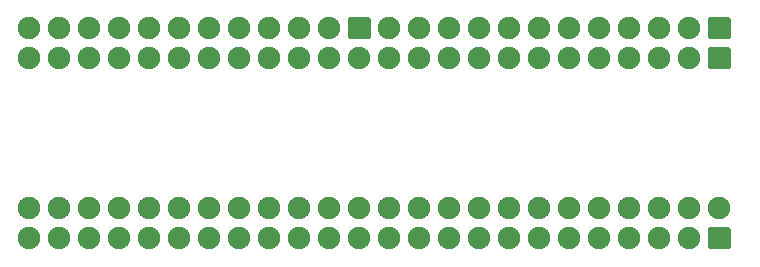
<source format=gbr>
G04 #@! TF.GenerationSoftware,KiCad,Pcbnew,(5.1.9)-1*
G04 #@! TF.CreationDate,2021-05-08T11:49:02+01:00*
G04 #@! TF.ProjectId,RGBtoHDMI Amiga Denise DIP Breakout FFC,52474274-6f48-4444-9d49-20416d696761,v2++ Rev 2*
G04 #@! TF.SameCoordinates,Original*
G04 #@! TF.FileFunction,Soldermask,Bot*
G04 #@! TF.FilePolarity,Negative*
%FSLAX46Y46*%
G04 Gerber Fmt 4.6, Leading zero omitted, Abs format (unit mm)*
G04 Created by KiCad (PCBNEW (5.1.9)-1) date 2021-05-08 11:49:02*
%MOMM*%
%LPD*%
G01*
G04 APERTURE LIST*
%ADD10O,1.900000X1.900000*%
G04 APERTURE END LIST*
D10*
X103505000Y-85725000D03*
X106045000Y-85725000D03*
X108585000Y-85725000D03*
X111125000Y-85725000D03*
X113665000Y-85725000D03*
X116205000Y-85725000D03*
X118745000Y-85725000D03*
X121285000Y-85725000D03*
X123825000Y-85725000D03*
X126365000Y-85725000D03*
X128905000Y-85725000D03*
X131445000Y-85725000D03*
X133985000Y-85725000D03*
X136525000Y-85725000D03*
X139065000Y-85725000D03*
X141605000Y-85725000D03*
X144145000Y-85725000D03*
X146685000Y-85725000D03*
X149225000Y-85725000D03*
X151765000Y-85725000D03*
X154305000Y-85725000D03*
X156845000Y-85725000D03*
X159385000Y-85725000D03*
G36*
G01*
X162725000Y-86675000D02*
X161125000Y-86675000D01*
G75*
G02*
X160975000Y-86525000I0J150000D01*
G01*
X160975000Y-84925000D01*
G75*
G02*
X161125000Y-84775000I150000J0D01*
G01*
X162725000Y-84775000D01*
G75*
G02*
X162875000Y-84925000I0J-150000D01*
G01*
X162875000Y-86525000D01*
G75*
G02*
X162725000Y-86675000I-150000J0D01*
G01*
G37*
X103505000Y-70485000D03*
X106045000Y-70485000D03*
X108585000Y-70485000D03*
X111125000Y-70485000D03*
X113665000Y-70485000D03*
X116205000Y-70485000D03*
X118745000Y-70485000D03*
X121285000Y-70485000D03*
X123825000Y-70485000D03*
X126365000Y-70485000D03*
X128905000Y-70485000D03*
X131445000Y-70485000D03*
X133985000Y-70485000D03*
X136525000Y-70485000D03*
X139065000Y-70485000D03*
X141605000Y-70485000D03*
X144145000Y-70485000D03*
X146685000Y-70485000D03*
X149225000Y-70485000D03*
X151765000Y-70485000D03*
X154305000Y-70485000D03*
X156845000Y-70485000D03*
X159385000Y-70485000D03*
G36*
G01*
X162725000Y-71435000D02*
X161125000Y-71435000D01*
G75*
G02*
X160975000Y-71285000I0J150000D01*
G01*
X160975000Y-69685000D01*
G75*
G02*
X161125000Y-69535000I150000J0D01*
G01*
X162725000Y-69535000D01*
G75*
G02*
X162875000Y-69685000I0J-150000D01*
G01*
X162875000Y-71285000D01*
G75*
G02*
X162725000Y-71435000I-150000J0D01*
G01*
G37*
G36*
G01*
X161125000Y-66995000D02*
X162725000Y-66995000D01*
G75*
G02*
X162875000Y-67145000I0J-150000D01*
G01*
X162875000Y-68745000D01*
G75*
G02*
X162725000Y-68895000I-150000J0D01*
G01*
X161125000Y-68895000D01*
G75*
G02*
X160975000Y-68745000I0J150000D01*
G01*
X160975000Y-67145000D01*
G75*
G02*
X161125000Y-66995000I150000J0D01*
G01*
G37*
X133985000Y-83185000D03*
X159385000Y-67945000D03*
X136525000Y-83185000D03*
X156845000Y-67945000D03*
X139065000Y-83185000D03*
X154305000Y-67945000D03*
X141605000Y-83185000D03*
X151765000Y-67945000D03*
X144145000Y-83185000D03*
X149225000Y-67945000D03*
X146685000Y-83185000D03*
X146685000Y-67945000D03*
X149225000Y-83185000D03*
X144145000Y-67945000D03*
X151765000Y-83185000D03*
X141605000Y-67945000D03*
X154305000Y-83185000D03*
X139065000Y-67945000D03*
X156845000Y-83185000D03*
X136525000Y-67945000D03*
X159385000Y-83185000D03*
X133985000Y-67945000D03*
X161925000Y-83185000D03*
G36*
G01*
X130645000Y-66995000D02*
X132245000Y-66995000D01*
G75*
G02*
X132395000Y-67145000I0J-150000D01*
G01*
X132395000Y-68745000D01*
G75*
G02*
X132245000Y-68895000I-150000J0D01*
G01*
X130645000Y-68895000D01*
G75*
G02*
X130495000Y-68745000I0J150000D01*
G01*
X130495000Y-67145000D01*
G75*
G02*
X130645000Y-66995000I150000J0D01*
G01*
G37*
X103505000Y-83185000D03*
X128905000Y-67945000D03*
X106045000Y-83185000D03*
X126365000Y-67945000D03*
X108585000Y-83185000D03*
X123825000Y-67945000D03*
X111125000Y-83185000D03*
X121285000Y-67945000D03*
X113665000Y-83185000D03*
X118745000Y-67945000D03*
X116205000Y-83185000D03*
X116205000Y-67945000D03*
X118745000Y-83185000D03*
X113665000Y-67945000D03*
X121285000Y-83185000D03*
X111125000Y-67945000D03*
X123825000Y-83185000D03*
X108585000Y-67945000D03*
X126365000Y-83185000D03*
X106045000Y-67945000D03*
X128905000Y-83185000D03*
X103505000Y-67945000D03*
X131445000Y-83185000D03*
M02*

</source>
